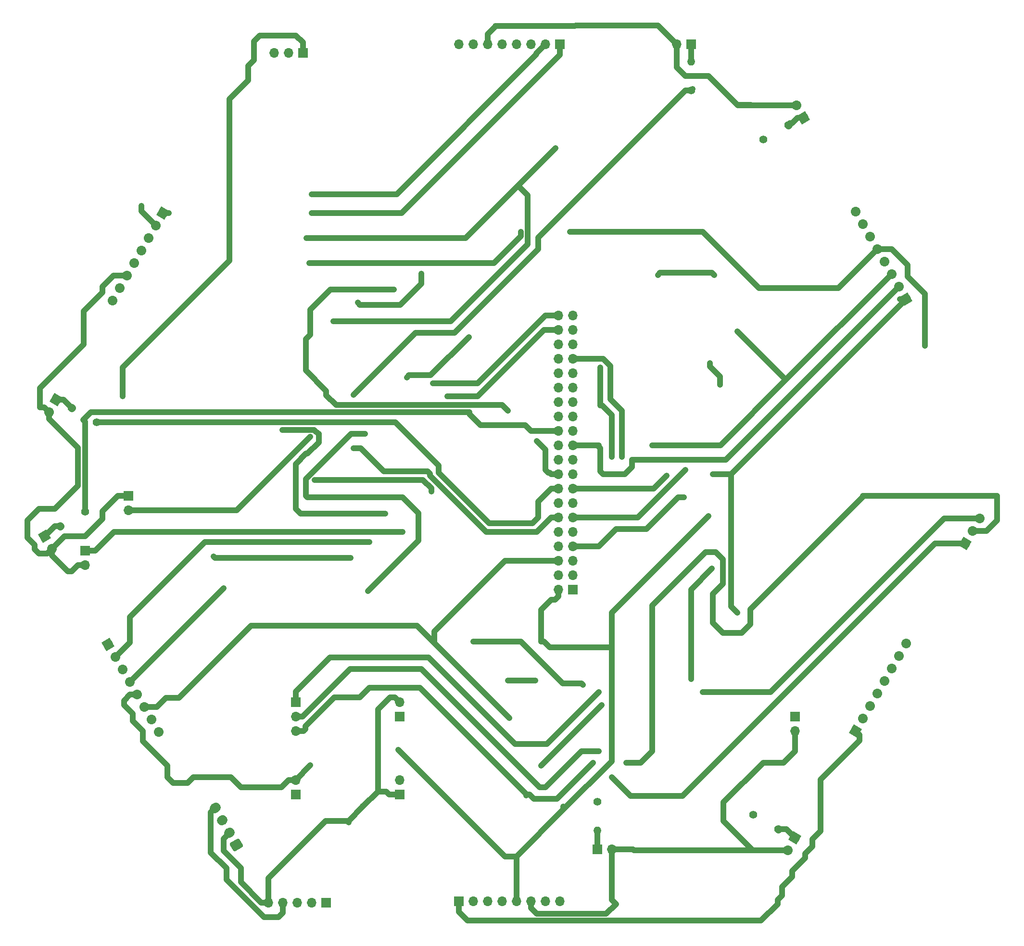
<source format=gbr>
G04 #@! TF.GenerationSoftware,KiCad,Pcbnew,5.1.4+dfsg1-1~bpo10+1*
G04 #@! TF.CreationDate,2019-09-28T19:59:17+02:00*
G04 #@! TF.ProjectId,hoorch,686f6f72-6368-42e6-9b69-6361645f7063,rev?*
G04 #@! TF.SameCoordinates,Original*
G04 #@! TF.FileFunction,Copper,L1,Top*
G04 #@! TF.FilePolarity,Positive*
%FSLAX46Y46*%
G04 Gerber Fmt 4.6, Leading zero omitted, Abs format (unit mm)*
G04 Created by KiCad (PCBNEW 5.1.4+dfsg1-1~bpo10+1) date 2019-09-28 19:59:17*
%MOMM*%
%LPD*%
G04 APERTURE LIST*
%ADD10O,1.700000X1.700000*%
%ADD11R,1.700000X1.700000*%
%ADD12C,1.700000*%
%ADD13C,1.700000*%
%ADD14C,0.100000*%
%ADD15C,1.400000*%
%ADD16C,1.400000*%
%ADD17O,1.400000X1.400000*%
%ADD18C,0.800000*%
%ADD19C,1.000000*%
%ADD20C,0.250000*%
G04 APERTURE END LIST*
D10*
X96012000Y-138176000D03*
D11*
X96012000Y-140716000D03*
D12*
X164338000Y-164251705D03*
D13*
X164338000Y-164251705D02*
X164338000Y-164251705D01*
D12*
X165608000Y-162052000D03*
D14*
G36*
X164446878Y-162363122D02*
G01*
X165296878Y-160890878D01*
X166769122Y-161740878D01*
X165919122Y-163213122D01*
X164446878Y-162363122D01*
X164446878Y-162363122D01*
G37*
D10*
X77724000Y-143256000D03*
X77724000Y-140716000D03*
D11*
X77724000Y-138176000D03*
X83058000Y-173482000D03*
D10*
X80518000Y-173482000D03*
X77978000Y-173482000D03*
X75438000Y-173482000D03*
X72898000Y-173482000D03*
D11*
X78994000Y-23876000D03*
D10*
X76454000Y-23876000D03*
X73914000Y-23876000D03*
D11*
X126492000Y-118364000D03*
D10*
X123952000Y-118364000D03*
X126492000Y-115824000D03*
X123952000Y-115824000D03*
X126492000Y-113284000D03*
X123952000Y-113284000D03*
X126492000Y-110744000D03*
X123952000Y-110744000D03*
X126492000Y-108204000D03*
X123952000Y-108204000D03*
X126492000Y-105664000D03*
X123952000Y-105664000D03*
X126492000Y-103124000D03*
X123952000Y-103124000D03*
X126492000Y-100584000D03*
X123952000Y-100584000D03*
X126492000Y-98044000D03*
X123952000Y-98044000D03*
X126492000Y-95504000D03*
X123952000Y-95504000D03*
X126492000Y-92964000D03*
X123952000Y-92964000D03*
X126492000Y-90424000D03*
X123952000Y-90424000D03*
X126492000Y-87884000D03*
X123952000Y-87884000D03*
X126492000Y-85344000D03*
X123952000Y-85344000D03*
X126492000Y-82804000D03*
X123952000Y-82804000D03*
X126492000Y-80264000D03*
X123952000Y-80264000D03*
X126492000Y-77724000D03*
X123952000Y-77724000D03*
X126492000Y-75184000D03*
X123952000Y-75184000D03*
X126492000Y-72644000D03*
X123952000Y-72644000D03*
X126492000Y-70104000D03*
X123952000Y-70104000D03*
D11*
X96012000Y-154432000D03*
D10*
X96012000Y-151892000D03*
D11*
X165608000Y-140716000D03*
D10*
X165608000Y-143256000D03*
D15*
X36240591Y-107188000D03*
D16*
X36240591Y-107188000D02*
X36240591Y-107188000D01*
D15*
X40640000Y-104648000D03*
X130810000Y-155702000D03*
D17*
X130810000Y-160782000D03*
D15*
X162641409Y-160528000D03*
D16*
X162641409Y-160528000D02*
X162641409Y-160528000D01*
D15*
X158242000Y-157988000D03*
X160020000Y-39116000D03*
X164419409Y-36576000D03*
D16*
X164419409Y-36576000D02*
X164419409Y-36576000D01*
D17*
X147320000Y-25400000D03*
D15*
X147320000Y-30480000D03*
X42672000Y-88900000D03*
X38272591Y-86360000D03*
D16*
X38272591Y-86360000D02*
X38272591Y-86360000D01*
D10*
X106426000Y-22380000D03*
X108966000Y-22380000D03*
X111506000Y-22380000D03*
X114046000Y-22380000D03*
X116586000Y-22380000D03*
X119126000Y-22380000D03*
X121666000Y-22380000D03*
D11*
X124206000Y-22380000D03*
D12*
X54356000Y-52070000D03*
D14*
G36*
X53194878Y-52381122D02*
G01*
X54044878Y-50908878D01*
X55517122Y-51758878D01*
X54667122Y-53231122D01*
X53194878Y-52381122D01*
X53194878Y-52381122D01*
G37*
D12*
X53086000Y-54269705D03*
D13*
X53086000Y-54269705D02*
X53086000Y-54269705D01*
D12*
X51816000Y-56469409D03*
D13*
X51816000Y-56469409D02*
X51816000Y-56469409D01*
D12*
X50546000Y-58669114D03*
D13*
X50546000Y-58669114D02*
X50546000Y-58669114D01*
D12*
X49276000Y-60868818D03*
D13*
X49276000Y-60868818D02*
X49276000Y-60868818D01*
D12*
X48006000Y-63068523D03*
D13*
X48006000Y-63068523D02*
X48006000Y-63068523D01*
D12*
X46736000Y-65268227D03*
D13*
X46736000Y-65268227D02*
X46736000Y-65268227D01*
D12*
X45466000Y-67467932D03*
D13*
X45466000Y-67467932D02*
X45466000Y-67467932D01*
D12*
X176276000Y-51825773D03*
D13*
X176276000Y-51825773D02*
X176276000Y-51825773D01*
D12*
X177546000Y-54025478D03*
D13*
X177546000Y-54025478D02*
X177546000Y-54025478D01*
D12*
X178816000Y-56225182D03*
D13*
X178816000Y-56225182D02*
X178816000Y-56225182D01*
D12*
X180086000Y-58424887D03*
D13*
X180086000Y-58424887D02*
X180086000Y-58424887D01*
D12*
X181356000Y-60624591D03*
D13*
X181356000Y-60624591D02*
X181356000Y-60624591D01*
D12*
X182626000Y-62824296D03*
D13*
X182626000Y-62824296D02*
X182626000Y-62824296D01*
D12*
X183896000Y-65024000D03*
D13*
X183896000Y-65024000D02*
X183896000Y-65024000D01*
D12*
X185166000Y-67223705D03*
D14*
G36*
X185477122Y-66062583D02*
G01*
X186327122Y-67534827D01*
X184854878Y-68384827D01*
X184004878Y-66912583D01*
X185477122Y-66062583D01*
X185477122Y-66062583D01*
G37*
D12*
X176276000Y-143256000D03*
D14*
G36*
X177437122Y-142944878D02*
G01*
X176587122Y-144417122D01*
X175114878Y-143567122D01*
X175964878Y-142094878D01*
X177437122Y-142944878D01*
X177437122Y-142944878D01*
G37*
D12*
X177546000Y-141056295D03*
D13*
X177546000Y-141056295D02*
X177546000Y-141056295D01*
D12*
X178816000Y-138856591D03*
D13*
X178816000Y-138856591D02*
X178816000Y-138856591D01*
D12*
X180086000Y-136656886D03*
D13*
X180086000Y-136656886D02*
X180086000Y-136656886D01*
D12*
X181356000Y-134457182D03*
D13*
X181356000Y-134457182D02*
X181356000Y-134457182D01*
D12*
X182626000Y-132257477D03*
D13*
X182626000Y-132257477D02*
X182626000Y-132257477D01*
D12*
X183896000Y-130057773D03*
D13*
X183896000Y-130057773D02*
X183896000Y-130057773D01*
D12*
X185166000Y-127858068D03*
D13*
X185166000Y-127858068D02*
X185166000Y-127858068D01*
D10*
X124206000Y-173228000D03*
X121666000Y-173228000D03*
X119126000Y-173228000D03*
X116586000Y-173228000D03*
X114046000Y-173228000D03*
X111506000Y-173228000D03*
X108966000Y-173228000D03*
D11*
X106426000Y-173228000D03*
D12*
X44704000Y-128016000D03*
D14*
G36*
X44392878Y-129177122D02*
G01*
X43542878Y-127704878D01*
X45015122Y-126854878D01*
X45865122Y-128327122D01*
X44392878Y-129177122D01*
X44392878Y-129177122D01*
G37*
D12*
X45974000Y-130215705D03*
D13*
X45974000Y-130215705D02*
X45974000Y-130215705D01*
D12*
X47244000Y-132415409D03*
D13*
X47244000Y-132415409D02*
X47244000Y-132415409D01*
D12*
X48514000Y-134615114D03*
D13*
X48514000Y-134615114D02*
X48514000Y-134615114D01*
D12*
X49784000Y-136814818D03*
D13*
X49784000Y-136814818D02*
X49784000Y-136814818D01*
D12*
X51054000Y-139014523D03*
D13*
X51054000Y-139014523D02*
X51054000Y-139014523D01*
D12*
X52324000Y-141214227D03*
D13*
X52324000Y-141214227D02*
X52324000Y-141214227D01*
D12*
X53594000Y-143413932D03*
D13*
X53594000Y-143413932D02*
X53594000Y-143413932D01*
D14*
G36*
X67654219Y-162190420D02*
G01*
X67678592Y-162193224D01*
X67702573Y-162198404D01*
X67725930Y-162205908D01*
X67748440Y-162215667D01*
X67769885Y-162227584D01*
X67790058Y-162241547D01*
X67808766Y-162257419D01*
X67825828Y-162275048D01*
X67841080Y-162294266D01*
X67854374Y-162314885D01*
X68454374Y-163354115D01*
X68465584Y-163375938D01*
X68474601Y-163398755D01*
X68481337Y-163422346D01*
X68485729Y-163446483D01*
X68487734Y-163470935D01*
X68487333Y-163495466D01*
X68484529Y-163519839D01*
X68479349Y-163543820D01*
X68471844Y-163567177D01*
X68462086Y-163589687D01*
X68450169Y-163611132D01*
X68436206Y-163631305D01*
X68420334Y-163650013D01*
X68402704Y-163667075D01*
X68383487Y-163682327D01*
X68362868Y-163695621D01*
X67107132Y-164420621D01*
X67085309Y-164431831D01*
X67062492Y-164440848D01*
X67038901Y-164447584D01*
X67014764Y-164451976D01*
X66990312Y-164453981D01*
X66965781Y-164453580D01*
X66941408Y-164450776D01*
X66917427Y-164445596D01*
X66894070Y-164438092D01*
X66871560Y-164428333D01*
X66850115Y-164416416D01*
X66829942Y-164402453D01*
X66811234Y-164386581D01*
X66794172Y-164368952D01*
X66778920Y-164349734D01*
X66765626Y-164329115D01*
X66165626Y-163289885D01*
X66154416Y-163268062D01*
X66145399Y-163245245D01*
X66138663Y-163221654D01*
X66134271Y-163197517D01*
X66132266Y-163173065D01*
X66132667Y-163148534D01*
X66135471Y-163124161D01*
X66140651Y-163100180D01*
X66148156Y-163076823D01*
X66157914Y-163054313D01*
X66169831Y-163032868D01*
X66183794Y-163012695D01*
X66199666Y-162993987D01*
X66217296Y-162976925D01*
X66236513Y-162961673D01*
X66257132Y-162948379D01*
X67512868Y-162223379D01*
X67534691Y-162212169D01*
X67557508Y-162203152D01*
X67581099Y-162196416D01*
X67605236Y-162192024D01*
X67629688Y-162190019D01*
X67654219Y-162190420D01*
X67654219Y-162190420D01*
G37*
D12*
X67310000Y-163322000D03*
X66060000Y-161156936D03*
D13*
X65951747Y-161219436D02*
X66168253Y-161094436D01*
D12*
X64810000Y-158991873D03*
D13*
X64701747Y-159054373D02*
X64918253Y-158929373D01*
D12*
X63560000Y-156826809D03*
D13*
X63451747Y-156889309D02*
X63668253Y-156764309D01*
D11*
X40640000Y-111506000D03*
D10*
X40640000Y-114046000D03*
X48260000Y-104394000D03*
D11*
X48260000Y-101854000D03*
D12*
X195580000Y-110236000D03*
D14*
G36*
X196741122Y-109924878D02*
G01*
X195891122Y-111397122D01*
X194418878Y-110547122D01*
X195268878Y-109074878D01*
X196741122Y-109924878D01*
X196741122Y-109924878D01*
G37*
D12*
X196850000Y-108036295D03*
D13*
X196850000Y-108036295D02*
X196850000Y-108036295D01*
D12*
X198120000Y-105836591D03*
D13*
X198120000Y-105836591D02*
X198120000Y-105836591D01*
D12*
X34798000Y-111165705D03*
D13*
X34798000Y-111165705D02*
X34798000Y-111165705D01*
D12*
X33528000Y-108966000D03*
D14*
G36*
X33216878Y-110127122D02*
G01*
X32366878Y-108654878D01*
X33839122Y-107804878D01*
X34689122Y-109277122D01*
X33216878Y-110127122D01*
X33216878Y-110127122D01*
G37*
D11*
X130810000Y-164084000D03*
D10*
X133350000Y-164084000D03*
D12*
X167132000Y-35306000D03*
D14*
G36*
X167443122Y-34144878D02*
G01*
X168293122Y-35617122D01*
X166820878Y-36467122D01*
X165970878Y-34994878D01*
X167443122Y-34144878D01*
X167443122Y-34144878D01*
G37*
D12*
X165862000Y-33106295D03*
D13*
X165862000Y-33106295D02*
X165862000Y-33106295D01*
D11*
X147320000Y-22352000D03*
D10*
X144780000Y-22352000D03*
D12*
X34290000Y-87122000D03*
D13*
X34290000Y-87122000D02*
X34290000Y-87122000D01*
D12*
X35560000Y-84922295D03*
D14*
G36*
X34398878Y-85233417D02*
G01*
X35248878Y-83761173D01*
X36721122Y-84611173D01*
X35871122Y-86083417D01*
X34398878Y-85233417D01*
X34398878Y-85233417D01*
G37*
D11*
X77724000Y-154432000D03*
D10*
X77724000Y-151892000D03*
D18*
X115316000Y-140970000D03*
X150368000Y-105410000D03*
X117348000Y-55372000D03*
X125984000Y-55372000D03*
X80101182Y-60868818D03*
X188468000Y-75438000D03*
X95758000Y-146558000D03*
X80331919Y-149284081D03*
X130048000Y-148844000D03*
X133350000Y-151384000D03*
X131064000Y-146812000D03*
X135890000Y-148844000D03*
X131064000Y-136398000D03*
X149352000Y-136398000D03*
X47244000Y-84328000D03*
X90424000Y-118618000D03*
X89916000Y-90932000D03*
X97282000Y-81026000D03*
X108204000Y-73914000D03*
X93472000Y-104982930D03*
X75368009Y-90239991D03*
X88646000Y-67818000D03*
X99822000Y-62738000D03*
X146050000Y-102108000D03*
X151384000Y-62992000D03*
X146304000Y-97282000D03*
X141478000Y-62992000D03*
X87884000Y-84074000D03*
X87884000Y-93472000D03*
X120904000Y-149352000D03*
X131572000Y-138684000D03*
X143002000Y-98298000D03*
X115062000Y-86868000D03*
X94996000Y-65532000D03*
X120142000Y-92202000D03*
X140462000Y-92964000D03*
X155448000Y-72898000D03*
X123444000Y-40640000D03*
X84328000Y-71120000D03*
X101600000Y-101092000D03*
X81026000Y-99060000D03*
X79502000Y-56469409D03*
X136906000Y-96774000D03*
X90678000Y-109982000D03*
X108966000Y-127508000D03*
X128270000Y-135128000D03*
X147320000Y-134112000D03*
X151003000Y-114681000D03*
X150622000Y-78486000D03*
X152400000Y-82296000D03*
X153416000Y-95504000D03*
X80518000Y-48768000D03*
X50546000Y-50800000D03*
X87376000Y-112776000D03*
X63246000Y-112522000D03*
X151130000Y-98044000D03*
X80518000Y-52070000D03*
X154345705Y-121325705D03*
X119888000Y-134366000D03*
X115062000Y-134366000D03*
X135128000Y-94996000D03*
X96520000Y-108204000D03*
X133350000Y-94996000D03*
X131318000Y-79248000D03*
X80264000Y-91440000D03*
X104394000Y-84328000D03*
X65019114Y-118110000D03*
X101854000Y-82042000D03*
D19*
X165862000Y-33106295D02*
X157901705Y-33106295D01*
X157901705Y-33106295D02*
X157815410Y-33020000D01*
X155448000Y-33020000D02*
X152654000Y-30226000D01*
X157815410Y-33020000D02*
X155448000Y-33020000D01*
X165862000Y-33106295D02*
X163489705Y-33106295D01*
X30480000Y-106172000D02*
X30480000Y-109220000D01*
X34290000Y-88324081D02*
X39370000Y-93404081D01*
X34290000Y-87122000D02*
X34290000Y-88324081D01*
X39370000Y-93404081D02*
X39370000Y-100076000D01*
X39370000Y-100076000D02*
X35306000Y-104140000D01*
X32512000Y-104140000D02*
X30480000Y-106172000D01*
X35306000Y-104140000D02*
X32512000Y-104140000D01*
X33440001Y-86272001D02*
X32678001Y-86272001D01*
X34290000Y-87122000D02*
X33440001Y-86272001D01*
X32678001Y-82891999D02*
X40386000Y-75184000D01*
X32678001Y-86272001D02*
X32678001Y-82891999D01*
X40386000Y-75184000D02*
X40386000Y-69342000D01*
X40386000Y-69342000D02*
X43688000Y-66040000D01*
X43688000Y-66040000D02*
X43688000Y-65024000D01*
X45643477Y-63068523D02*
X48006000Y-63068523D01*
X43688000Y-65024000D02*
X45643477Y-63068523D01*
X144780000Y-22352000D02*
X141478000Y-19050000D01*
X127000000Y-19050000D02*
X141478000Y-19050000D01*
X126873000Y-19177000D02*
X127000000Y-19050000D01*
X112903000Y-19177000D02*
X126873000Y-19177000D01*
D20*
X112903000Y-19177000D02*
X112776000Y-19304000D01*
D19*
X111506000Y-20574000D02*
X111506000Y-22380000D01*
X112776000Y-19304000D02*
X111506000Y-20574000D01*
X33948001Y-112015704D02*
X32513704Y-112015704D01*
X34798000Y-111165705D02*
X33948001Y-112015704D01*
X32513704Y-112015704D02*
X31750000Y-111252000D01*
X31750000Y-110490000D02*
X30480000Y-109220000D01*
X31750000Y-111252000D02*
X31750000Y-110490000D01*
X155534295Y-33106295D02*
X165862000Y-33106295D01*
X146304000Y-27940000D02*
X150368000Y-27940000D01*
X144780000Y-22352000D02*
X144780000Y-26416000D01*
X150368000Y-27940000D02*
X155534295Y-33106295D01*
X144780000Y-26416000D02*
X146304000Y-27940000D01*
X164338000Y-164251705D02*
X158155705Y-164251705D01*
X34798000Y-112367786D02*
X37592000Y-115161786D01*
X34798000Y-111165705D02*
X34798000Y-112367786D01*
X54864000Y-137414000D02*
X53263477Y-139014523D01*
X57150000Y-137414000D02*
X54864000Y-137414000D01*
X69850000Y-124714000D02*
X57150000Y-137414000D01*
X53263477Y-139014523D02*
X51054000Y-139014523D01*
X99060000Y-124714000D02*
X69850000Y-124714000D01*
X164338000Y-164251705D02*
X137246295Y-164251705D01*
X165608000Y-143256000D02*
X165608000Y-146812000D01*
X165608000Y-146812000D02*
X163576000Y-148844000D01*
X132401919Y-175446081D02*
X120142000Y-175446081D01*
X119126000Y-174430081D02*
X119126000Y-173228000D01*
X134112000Y-173736000D02*
X132401919Y-175446081D01*
X120142000Y-175446081D02*
X119126000Y-174430081D01*
X133350000Y-164084000D02*
X133350000Y-172974000D01*
X133350000Y-172974000D02*
X134112000Y-173736000D01*
X137078590Y-164084000D02*
X137246295Y-164251705D01*
X133350000Y-164084000D02*
X137078590Y-164084000D01*
X39437919Y-114046000D02*
X38322133Y-115161786D01*
X38322133Y-115161786D02*
X37592000Y-115161786D01*
X40640000Y-114046000D02*
X39437919Y-114046000D01*
X102108000Y-127762000D02*
X102108000Y-125730000D01*
X102108000Y-127762000D02*
X99060000Y-124714000D01*
X115316000Y-140970000D02*
X102108000Y-127762000D01*
X114554000Y-113284000D02*
X123952000Y-113284000D01*
X102108000Y-125730000D02*
X114554000Y-113284000D01*
X46410000Y-101854000D02*
X43688000Y-104576000D01*
X48260000Y-101854000D02*
X46410000Y-101854000D01*
X43688000Y-104576000D02*
X43688000Y-105918000D01*
X43688000Y-105918000D02*
X40640000Y-108966000D01*
X36997705Y-108966000D02*
X34798000Y-111165705D01*
X40640000Y-108966000D02*
X36997705Y-108966000D01*
X163576000Y-148844000D02*
X160020000Y-148844000D01*
X153035000Y-155829000D02*
X153035000Y-159131000D01*
X160020000Y-148844000D02*
X153035000Y-155829000D01*
X158155705Y-164251705D02*
X153035000Y-159131000D01*
X153416000Y-59436000D02*
X159258000Y-65278000D01*
X173232887Y-65278000D02*
X180086000Y-58424887D01*
X159258000Y-65278000D02*
X173232887Y-65278000D01*
X182630887Y-58424887D02*
X185446001Y-61240001D01*
X180086000Y-58424887D02*
X182630887Y-58424887D01*
X185446001Y-61240001D02*
X185446001Y-63272001D01*
X185446001Y-63272001D02*
X188468000Y-66294000D01*
X150368000Y-105410000D02*
X133350000Y-122428000D01*
X116586000Y-165354000D02*
X116586000Y-173228000D01*
X112613182Y-60868818D02*
X117348000Y-56134000D01*
X117348000Y-56134000D02*
X117348000Y-55372000D01*
X124841000Y-157099000D02*
X116586000Y-165354000D01*
X133350000Y-148590000D02*
X124841000Y-157099000D01*
X124841000Y-157099000D02*
X124841000Y-156591000D01*
X80331919Y-149284081D02*
X77724000Y-151892000D01*
X48581919Y-136814818D02*
X49784000Y-136814818D01*
X47498000Y-137898737D02*
X48581919Y-136814818D01*
X47498000Y-138684000D02*
X47498000Y-137898737D01*
X76521919Y-151892000D02*
X75251919Y-153162000D01*
X56134000Y-152400000D02*
X55118000Y-151384000D01*
X55118000Y-151384000D02*
X55118000Y-149352000D01*
X49022000Y-141478000D02*
X49022000Y-140208000D01*
X77724000Y-151892000D02*
X76521919Y-151892000D01*
X55118000Y-149352000D02*
X50800000Y-145034000D01*
X50800000Y-145034000D02*
X50800000Y-143256000D01*
X50800000Y-143256000D02*
X49022000Y-141478000D01*
X49022000Y-140208000D02*
X47498000Y-138684000D01*
X56134000Y-152400000D02*
X58674000Y-152400000D01*
X58674000Y-152400000D02*
X59690000Y-151384000D01*
X59690000Y-151384000D02*
X66294000Y-151384000D01*
X68072000Y-153162000D02*
X73914000Y-153162000D01*
X66294000Y-151384000D02*
X68072000Y-153162000D01*
X75251919Y-153162000D02*
X73914000Y-153162000D01*
X73914000Y-153162000D02*
X73152000Y-153162000D01*
X121412000Y-127508000D02*
X122428000Y-128524000D01*
X120904000Y-127508000D02*
X121412000Y-127508000D01*
X120904000Y-121920000D02*
X120904000Y-127508000D01*
X133350000Y-128524000D02*
X133350000Y-148590000D01*
X133350000Y-122428000D02*
X133350000Y-128524000D01*
X122428000Y-128524000D02*
X133350000Y-128524000D01*
X123952000Y-118364000D02*
X123952000Y-119566081D01*
X123952000Y-119566081D02*
X123376081Y-120142000D01*
X122682000Y-120142000D02*
X120904000Y-121920000D01*
X123376081Y-120142000D02*
X122682000Y-120142000D01*
X153416000Y-59436000D02*
X149352000Y-55372000D01*
X149352000Y-55372000D02*
X125984000Y-55372000D01*
X80101182Y-60868818D02*
X112613182Y-60868818D01*
X188468000Y-74930000D02*
X188468000Y-74168000D01*
X188468000Y-66294000D02*
X188468000Y-74930000D01*
X188468000Y-75438000D02*
X188468000Y-74930000D01*
X116586000Y-165354000D02*
X114554000Y-165354000D01*
X114554000Y-165354000D02*
X95758000Y-146558000D01*
X77724000Y-143256000D02*
X78058930Y-143256000D01*
X190246000Y-110236000D02*
X195580000Y-110236000D01*
X145796000Y-154686000D02*
X190246000Y-110236000D01*
X133350000Y-151384000D02*
X136652000Y-154686000D01*
X136652000Y-154686000D02*
X145796000Y-154686000D01*
X79077858Y-143256000D02*
X77724000Y-143256000D01*
X79416929Y-142916929D02*
X79077858Y-143256000D01*
X79416929Y-142406001D02*
X79416929Y-142916929D01*
X88987999Y-137326001D02*
X84496929Y-137326001D01*
X118294010Y-154362010D02*
X99568000Y-135636000D01*
X99568000Y-135636000D02*
X90678000Y-135636000D01*
X123698000Y-155194000D02*
X119634000Y-155194000D01*
X90678000Y-135636000D02*
X88987999Y-137326001D01*
X119634000Y-155194000D02*
X118872000Y-154432000D01*
X84496929Y-137326001D02*
X79416929Y-142406001D01*
X118872000Y-154432000D02*
X118478020Y-154432000D01*
X118478020Y-154432000D02*
X118294010Y-154616010D01*
X130048000Y-148844000D02*
X123698000Y-155194000D01*
X118294010Y-154616010D02*
X118294010Y-154362010D01*
X78926081Y-140716000D02*
X87308081Y-132334000D01*
X77724000Y-140716000D02*
X78926081Y-140716000D01*
X87308081Y-132334000D02*
X99822000Y-132334000D01*
X99822000Y-132334000D02*
X120396000Y-152908000D01*
X120396000Y-152908000D02*
X120650000Y-153162000D01*
X120650000Y-153162000D02*
X121666000Y-153162000D01*
X121666000Y-153162000D02*
X128016000Y-146812000D01*
X128016000Y-146812000D02*
X131064000Y-146812000D01*
X199303705Y-108036295D02*
X196850000Y-108036295D01*
X201168000Y-106172000D02*
X199303705Y-108036295D01*
X152908000Y-113030000D02*
X152908000Y-117348000D01*
X140462000Y-121158000D02*
X149860000Y-111760000D01*
X140462000Y-146812000D02*
X140462000Y-121158000D01*
X177546000Y-102027070D02*
X177546000Y-101854000D01*
X135890000Y-148844000D02*
X138430000Y-148844000D01*
X151638000Y-111760000D02*
X152908000Y-113030000D01*
X152908000Y-117348000D02*
X151130000Y-119126000D01*
X138430000Y-148844000D02*
X140462000Y-146812000D01*
X201168000Y-101854000D02*
X201168000Y-106172000D01*
X151130000Y-119126000D02*
X151130000Y-124206000D01*
X152908000Y-125984000D02*
X156210000Y-125984000D01*
X156210000Y-125984000D02*
X157734000Y-124460000D01*
X157734000Y-124460000D02*
X157734000Y-121839070D01*
X149860000Y-111760000D02*
X151638000Y-111760000D01*
X151130000Y-124206000D02*
X152908000Y-125984000D01*
X177546000Y-101854000D02*
X201168000Y-101854000D01*
X157734000Y-121839070D02*
X177546000Y-102027070D01*
X77724000Y-136326000D02*
X83748000Y-130302000D01*
X77724000Y-138176000D02*
X77724000Y-136326000D01*
X83748000Y-130302000D02*
X101092000Y-130302000D01*
X101092000Y-130302000D02*
X109728000Y-138938000D01*
X109728000Y-138938000D02*
X112960009Y-142170009D01*
X112960009Y-142170009D02*
X116332000Y-145542000D01*
X116332000Y-145542000D02*
X121920000Y-145542000D01*
X121920000Y-145542000D02*
X131064000Y-136398000D01*
X149352000Y-136398000D02*
X161290000Y-136398000D01*
X191851409Y-105836591D02*
X198120000Y-105836591D01*
X161290000Y-136398000D02*
X191851409Y-105836591D01*
X47244000Y-84328000D02*
X47244000Y-79248000D01*
X47244000Y-79248000D02*
X66040000Y-60452000D01*
X66040000Y-60452000D02*
X66040000Y-32004000D01*
X66040000Y-32004000D02*
X69342000Y-28702000D01*
X69342000Y-26153998D02*
X70358000Y-25137998D01*
X69342000Y-28702000D02*
X69342000Y-26153998D01*
X70358000Y-25137998D02*
X70358000Y-21844000D01*
X70358000Y-21844000D02*
X71374000Y-20828000D01*
X78994000Y-22026000D02*
X78994000Y-23876000D01*
X77796000Y-20828000D02*
X78994000Y-22026000D01*
X71374000Y-20828000D02*
X77796000Y-20828000D01*
X90424000Y-118618000D02*
X97720010Y-111321990D01*
X97720010Y-111321990D02*
X99314000Y-109728000D01*
X99314000Y-109728000D02*
X99314000Y-109127860D01*
X99314000Y-109127860D02*
X99314000Y-104902000D01*
X99314000Y-104902000D02*
X96520000Y-102108000D01*
X96520000Y-102108000D02*
X85852000Y-102108000D01*
X85852000Y-102108000D02*
X79756000Y-102108000D01*
X79756000Y-102108000D02*
X79502000Y-101854000D01*
X79502000Y-98886930D02*
X87456930Y-90932000D01*
X79502000Y-101854000D02*
X79502000Y-98886930D01*
X87456930Y-90932000D02*
X89916000Y-90932000D01*
X97681999Y-80626001D02*
X101491999Y-80626001D01*
X97282000Y-81026000D02*
X97681999Y-80626001D01*
X101491999Y-80626001D02*
X108204000Y-73914000D01*
X89542000Y-156512000D02*
X89542000Y-156584000D01*
X89542000Y-156584000D02*
X87042000Y-159084000D01*
X95162001Y-137326001D02*
X94321999Y-137326001D01*
X96012000Y-138176000D02*
X95162001Y-137326001D01*
X94321999Y-137326001D02*
X92202000Y-139446000D01*
X92202000Y-153924000D02*
X89542000Y-156584000D01*
X92202000Y-139446000D02*
X92202000Y-153924000D01*
X93654000Y-153924000D02*
X92202000Y-153924000D01*
X94162000Y-154432000D02*
X93654000Y-153924000D01*
X96012000Y-154432000D02*
X94162000Y-154432000D01*
X87042000Y-159084000D02*
X87042000Y-159338000D01*
X82978000Y-159084000D02*
X87042000Y-159084000D01*
X72898000Y-173482000D02*
X72898000Y-169164000D01*
X72898000Y-169164000D02*
X82978000Y-159084000D01*
X71695919Y-173482000D02*
X68072000Y-169858081D01*
X72898000Y-173482000D02*
X71695919Y-173482000D01*
X68072000Y-169858081D02*
X68072000Y-167386000D01*
X68072000Y-167386000D02*
X65024000Y-164338000D01*
X65024000Y-162192936D02*
X66060000Y-161156936D01*
X65024000Y-164338000D02*
X65024000Y-162192936D01*
X81788000Y-91012930D02*
X81534000Y-90758930D01*
X81788000Y-91012930D02*
X81788000Y-90932000D01*
X81015061Y-90239991D02*
X75368009Y-90239991D01*
X81788000Y-91012930D02*
X81015061Y-90239991D01*
X89045999Y-68217999D02*
X96120001Y-68217999D01*
X88646000Y-67818000D02*
X89045999Y-68217999D01*
X96120001Y-68217999D02*
X99822000Y-64516000D01*
X99822000Y-64516000D02*
X99822000Y-62738000D01*
X78566930Y-104982930D02*
X89073070Y-104982930D01*
X79825990Y-94418010D02*
X79571990Y-94418010D01*
X81788000Y-91012930D02*
X81788000Y-92456000D01*
X77724000Y-104140000D02*
X78566930Y-104982930D01*
X89073070Y-104982930D02*
X93472000Y-104982930D01*
X81788000Y-92456000D02*
X79825990Y-94418010D01*
X79571990Y-94418010D02*
X77724000Y-96266000D01*
X77724000Y-96266000D02*
X77724000Y-104140000D01*
X146050000Y-102108000D02*
X145034000Y-102108000D01*
X145034000Y-102108000D02*
X139446000Y-107696000D01*
X139446000Y-107696000D02*
X134112000Y-107696000D01*
X131064000Y-110744000D02*
X126492000Y-110744000D01*
X134112000Y-107696000D02*
X131064000Y-110744000D01*
X126492000Y-105664000D02*
X137333070Y-105664000D01*
X137333070Y-105664000D02*
X137922000Y-105664000D01*
X137922000Y-105664000D02*
X146304000Y-97282000D01*
X141877999Y-62592001D02*
X141478000Y-62992000D01*
X150984001Y-62592001D02*
X141877999Y-62592001D01*
X151384000Y-62992000D02*
X150984001Y-62592001D01*
X147574000Y-30226000D02*
X147320000Y-30480000D01*
X146330051Y-30480000D02*
X120396000Y-56414051D01*
X147320000Y-30480000D02*
X146330051Y-30480000D01*
X120396000Y-56414051D02*
X120396000Y-57404000D01*
X120396000Y-57404000D02*
X120396000Y-58420000D01*
X120396000Y-58420000D02*
X105664000Y-73152000D01*
X105664000Y-73152000D02*
X98806000Y-73152000D01*
X98806000Y-73152000D02*
X87884000Y-84074000D01*
X87884000Y-93472000D02*
X89154000Y-93472000D01*
X89154000Y-93472000D02*
X93218000Y-97536000D01*
X100918930Y-97536000D02*
X101346000Y-97963070D01*
X93218000Y-97536000D02*
X100918930Y-97536000D01*
X101346000Y-97963070D02*
X101346000Y-98298000D01*
X101346000Y-98298000D02*
X111252000Y-108204000D01*
X111252000Y-108204000D02*
X120142000Y-108204000D01*
X122682000Y-105664000D02*
X123952000Y-105664000D01*
X120142000Y-108204000D02*
X122682000Y-105664000D01*
X131572000Y-138684000D02*
X120904000Y-149352000D01*
X143002000Y-98298000D02*
X140716000Y-100584000D01*
X140716000Y-100584000D02*
X126492000Y-100584000D01*
X43661949Y-88900000D02*
X42672000Y-88900000D01*
X122682000Y-100584000D02*
X123952000Y-100584000D01*
X120396000Y-102870000D02*
X122682000Y-100584000D01*
X120396000Y-105664000D02*
X120396000Y-102870000D01*
X95250000Y-88900000D02*
X102870000Y-96520000D01*
X102870000Y-96520000D02*
X102870000Y-97790000D01*
X119380000Y-106680000D02*
X120396000Y-105664000D01*
X42672000Y-88900000D02*
X95250000Y-88900000D01*
X102870000Y-97790000D02*
X111760000Y-106680000D01*
X111760000Y-106680000D02*
X119380000Y-106680000D01*
X122749919Y-98044000D02*
X122495919Y-97790000D01*
X123952000Y-98044000D02*
X122749919Y-98044000D01*
X122495919Y-97790000D02*
X122174000Y-97790000D01*
X122174000Y-97790000D02*
X121666000Y-97282000D01*
X121666000Y-93726000D02*
X120142000Y-92202000D01*
X121666000Y-97282000D02*
X121666000Y-93726000D01*
X80264000Y-69088000D02*
X83820000Y-65532000D01*
X79502000Y-74248930D02*
X80264000Y-73486930D01*
X114046000Y-85852000D02*
X84836000Y-85852000D01*
X83820000Y-65532000D02*
X94996000Y-65532000D01*
X115062000Y-86868000D02*
X114046000Y-85852000D01*
X84836000Y-85852000D02*
X83127990Y-84143990D01*
X83127990Y-84143990D02*
X83127990Y-83381990D01*
X80264000Y-73486930D02*
X80264000Y-69088000D01*
X83127990Y-83381990D02*
X79502000Y-79756000D01*
X79502000Y-79756000D02*
X79502000Y-74248930D01*
X152486296Y-92964000D02*
X140462000Y-92964000D01*
X155448000Y-72898000D02*
X163873148Y-81323148D01*
X182626000Y-62824296D02*
X164127148Y-81323148D01*
X163873148Y-81323148D02*
X164127148Y-81323148D01*
X164127148Y-81323148D02*
X152486296Y-92964000D01*
X118548010Y-48952010D02*
X116840000Y-47244000D01*
X118548010Y-57554920D02*
X118548010Y-48952010D01*
X104982930Y-71120000D02*
X118548010Y-57554920D01*
X84328000Y-71120000D02*
X104982930Y-71120000D01*
X107614591Y-56469409D02*
X116840000Y-47244000D01*
X116840000Y-47244000D02*
X123444000Y-40640000D01*
X81591685Y-99060000D02*
X81026000Y-99060000D01*
X101600000Y-100526315D02*
X100133685Y-99060000D01*
X100133685Y-99060000D02*
X81591685Y-99060000D01*
X101600000Y-101092000D02*
X101600000Y-100526315D01*
X79583409Y-56469409D02*
X107614591Y-56469409D01*
X183896000Y-65024000D02*
X153416000Y-95504000D01*
X153416000Y-95504000D02*
X136906000Y-95504000D01*
X120115999Y-23930001D02*
X120115999Y-24156001D01*
X121666000Y-22380000D02*
X120115999Y-23930001D01*
X120115999Y-24156001D02*
X95504000Y-48768000D01*
X50546000Y-51729705D02*
X53086000Y-54269705D01*
X50546000Y-51562000D02*
X50546000Y-51729705D01*
X90678000Y-109982000D02*
X61722000Y-109982000D01*
X61722000Y-109982000D02*
X48514000Y-123190000D01*
X46823999Y-129365706D02*
X45974000Y-130215705D01*
X48514000Y-123190000D02*
X48514000Y-127675705D01*
X108966000Y-127508000D02*
X117348000Y-127508000D01*
X117348000Y-127508000D02*
X124714000Y-134874000D01*
X124714000Y-134874000D02*
X128016000Y-134874000D01*
X128016000Y-134874000D02*
X128270000Y-135128000D01*
X147320000Y-134112000D02*
X147320000Y-118364000D01*
X147320000Y-118364000D02*
X151003000Y-114681000D01*
X150622000Y-79051685D02*
X152400000Y-80829685D01*
X150622000Y-78486000D02*
X150622000Y-79051685D01*
X152400000Y-80829685D02*
X152400000Y-82296000D01*
X48514000Y-127675705D02*
X46823999Y-129365706D01*
X131064000Y-92964000D02*
X126492000Y-92964000D01*
X136906000Y-95504000D02*
X136906000Y-96774000D01*
X131064000Y-92964000D02*
X131064000Y-93218000D01*
X131064000Y-93218000D02*
X131318000Y-93472000D01*
X131318000Y-93472000D02*
X131318000Y-97536000D01*
X131318000Y-97536000D02*
X131826000Y-98044000D01*
X135636000Y-98044000D02*
X136906000Y-96774000D01*
X131826000Y-98044000D02*
X135636000Y-98044000D01*
X81026000Y-48768000D02*
X80518000Y-48768000D01*
X95504000Y-48768000D02*
X81026000Y-48768000D01*
X50546000Y-51562000D02*
X50546000Y-50800000D01*
X107994091Y-176646091D02*
X106426000Y-175078000D01*
X168656000Y-162306000D02*
X168656000Y-163576000D01*
X165100000Y-168910000D02*
X163322000Y-170688000D01*
X170110010Y-160851990D02*
X168656000Y-162306000D01*
X163322000Y-172212000D02*
X162560000Y-172974000D01*
X106426000Y-175078000D02*
X106426000Y-173228000D01*
X170110010Y-151823896D02*
X170110010Y-160851990D01*
X162560000Y-173736000D02*
X159649909Y-176646091D01*
X176968953Y-144964953D02*
X170110010Y-151823896D01*
X176968953Y-143948953D02*
X176968953Y-144964953D01*
X176276000Y-143256000D02*
X176968953Y-143948953D01*
X168656000Y-163576000D02*
X167386000Y-164846000D01*
X167386000Y-164846000D02*
X167386000Y-165608000D01*
X167386000Y-165608000D02*
X165100000Y-167894000D01*
X165100000Y-167894000D02*
X165100000Y-168910000D01*
X163322000Y-170688000D02*
X163322000Y-172212000D01*
X162560000Y-172974000D02*
X162560000Y-173736000D01*
X159649909Y-176646091D02*
X107994091Y-176646091D01*
X154345705Y-98044000D02*
X185166000Y-67223705D01*
X154345705Y-121325705D02*
X154345705Y-98044000D01*
X55437495Y-52070000D02*
X54356000Y-52070000D01*
X124206000Y-24230000D02*
X96366000Y-52070000D01*
X124206000Y-22380000D02*
X124206000Y-24230000D01*
X87376000Y-112776000D02*
X63500000Y-112776000D01*
X63500000Y-112776000D02*
X63246000Y-112522000D01*
X184084505Y-67223705D02*
X185166000Y-67223705D01*
X154345705Y-98044000D02*
X151130000Y-98044000D01*
X96366000Y-52070000D02*
X80518000Y-52070000D01*
X155448000Y-122428000D02*
X154345705Y-121325705D01*
X41999999Y-87122000D02*
X108327999Y-87122000D01*
X40640000Y-104648000D02*
X40640000Y-88859998D01*
X40296001Y-88481999D02*
X41656000Y-87122000D01*
X108327999Y-87499999D02*
X110236000Y-89408000D01*
X110236000Y-89408000D02*
X118110000Y-89408000D01*
X119126000Y-90424000D02*
X123952000Y-90424000D01*
X118110000Y-89408000D02*
X119126000Y-90424000D01*
X40296001Y-88515999D02*
X40640000Y-88859998D01*
X40296001Y-88481999D02*
X40296001Y-88515999D01*
X119888000Y-134366000D02*
X115062000Y-134366000D01*
X135128000Y-94996000D02*
X135128000Y-86868000D01*
X135128000Y-86868000D02*
X133096000Y-84836000D01*
X133096000Y-84836000D02*
X133096000Y-78994000D01*
X131826000Y-77724000D02*
X126492000Y-77724000D01*
X133096000Y-78994000D02*
X131826000Y-77724000D01*
X45792000Y-108204000D02*
X47752000Y-108204000D01*
X40640000Y-111506000D02*
X42490000Y-111506000D01*
X46664000Y-108204000D02*
X47752000Y-108204000D01*
X42490000Y-111506000D02*
X45792000Y-108204000D01*
X47752000Y-108204000D02*
X96520000Y-108204000D01*
X131318000Y-84755070D02*
X131318000Y-80010000D01*
X131318000Y-80010000D02*
X131318000Y-85936000D01*
X131318000Y-85936000D02*
X131318000Y-79248000D01*
X133350000Y-87630000D02*
X133350000Y-94996000D01*
X131318000Y-85936000D02*
X131656000Y-85936000D01*
X131656000Y-85936000D02*
X133350000Y-87630000D01*
X48260000Y-104394000D02*
X67310000Y-104394000D01*
X67310000Y-104394000D02*
X80264000Y-91440000D01*
X104394000Y-84328000D02*
X109728000Y-84328000D01*
X121412000Y-72644000D02*
X123952000Y-72644000D01*
X109728000Y-84328000D02*
X121412000Y-72644000D01*
X48514000Y-134615114D02*
X65019114Y-118110000D01*
X101854000Y-82042000D02*
X109728000Y-82042000D01*
X121666000Y-70104000D02*
X123952000Y-70104000D01*
X109728000Y-82042000D02*
X121666000Y-70104000D01*
X35306000Y-107188000D02*
X33528000Y-108966000D01*
X36240591Y-107188000D02*
X35306000Y-107188000D01*
X130810000Y-160782000D02*
X130810000Y-164084000D01*
X164084000Y-160528000D02*
X165608000Y-162052000D01*
X162641409Y-160528000D02*
X164084000Y-160528000D01*
X166050505Y-35306000D02*
X165100000Y-36256505D01*
X167132000Y-35306000D02*
X166050505Y-35306000D01*
X164738904Y-36256505D02*
X164419409Y-36576000D01*
X165100000Y-36256505D02*
X164738904Y-36256505D01*
X147320000Y-22352000D02*
X147320000Y-25400000D01*
X36834886Y-84922295D02*
X38272591Y-86360000D01*
X35560000Y-84922295D02*
X36834886Y-84922295D01*
X62805160Y-164659160D02*
X62805160Y-157581649D01*
X75438000Y-173482000D02*
X75438000Y-175260000D01*
X65532000Y-167386000D02*
X62805160Y-164659160D01*
X75438000Y-175260000D02*
X74676000Y-176022000D01*
X62805160Y-157581649D02*
X63560000Y-156826809D01*
X72136000Y-176022000D02*
X65532000Y-169418000D01*
X65532000Y-169418000D02*
X65532000Y-167386000D01*
X74676000Y-176022000D02*
X72136000Y-176022000D01*
M02*

</source>
